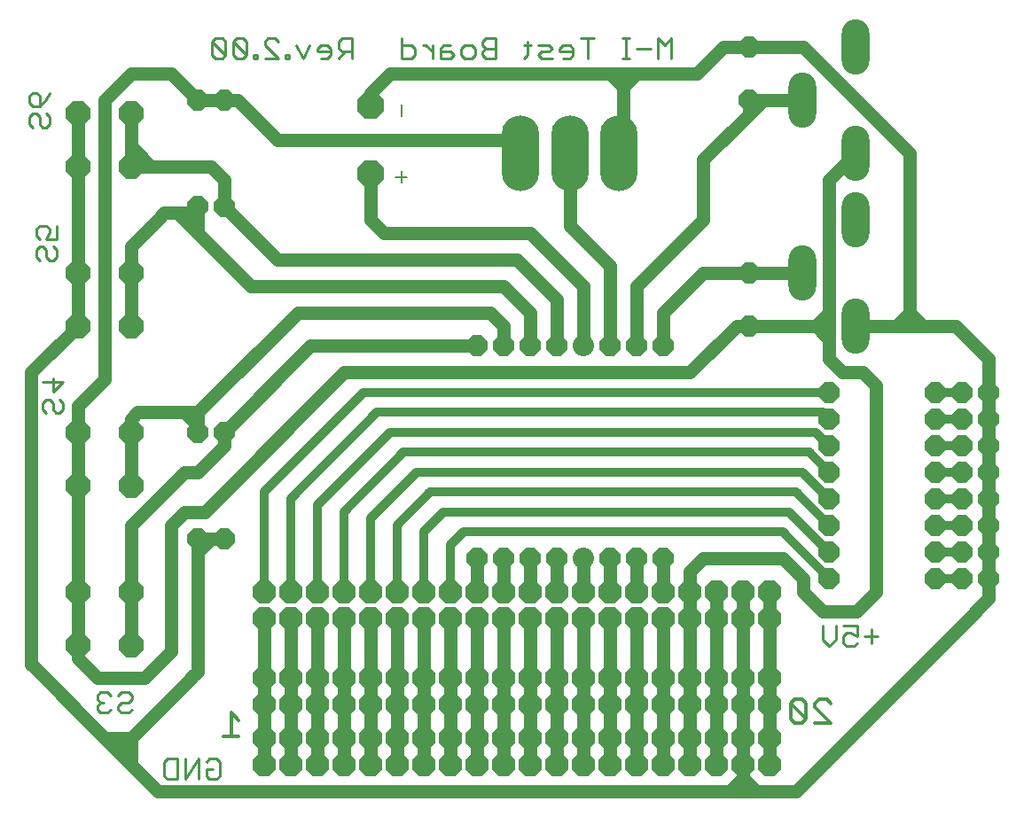
<source format=gbr>
G75*
G70*
%OFA0B0*%
%FSLAX24Y24*%
%IPPOS*%
%LPD*%
%AMOC8*
5,1,8,0,0,1.08239X$1,22.5*
%
%ADD10C,0.0060*%
%ADD11C,0.0100*%
%ADD12C,0.0120*%
%ADD13OC8,0.0800*%
%ADD14O,0.1420X0.2840*%
%ADD15OC8,0.0920*%
%ADD16OC8,0.0880*%
%ADD17OC8,0.1000*%
%ADD18O,0.1040X0.2080*%
%ADD19C,0.0500*%
%ADD20C,0.0320*%
%ADD21C,0.0800*%
D10*
X015570Y025974D02*
X015570Y026401D01*
X015357Y026187D02*
X015784Y026187D01*
X015570Y028474D02*
X015570Y028901D01*
D11*
X015585Y030638D02*
X015965Y030638D01*
X016092Y030765D01*
X016092Y031019D01*
X015965Y031145D01*
X015585Y031145D01*
X015585Y031399D02*
X015585Y030638D01*
X016372Y031145D02*
X016498Y031145D01*
X016752Y030892D01*
X016752Y031145D02*
X016752Y030638D01*
X017037Y030638D02*
X017037Y031019D01*
X017163Y031145D01*
X017417Y031145D01*
X017417Y030892D02*
X017037Y030892D01*
X017037Y030638D02*
X017417Y030638D01*
X017544Y030765D01*
X017417Y030892D01*
X017828Y031019D02*
X017955Y031145D01*
X018209Y031145D01*
X018336Y031019D01*
X018336Y030765D01*
X018209Y030638D01*
X017955Y030638D01*
X017828Y030765D01*
X017828Y031019D01*
X018620Y031145D02*
X018747Y031019D01*
X019127Y031019D01*
X019127Y031399D02*
X019127Y030638D01*
X018747Y030638D01*
X018620Y030765D01*
X018620Y030892D01*
X018747Y031019D01*
X018620Y031145D02*
X018620Y031272D01*
X018747Y031399D01*
X019127Y031399D01*
X020194Y031145D02*
X020447Y031145D01*
X020320Y031272D02*
X020320Y030765D01*
X020194Y030638D01*
X020732Y030765D02*
X020859Y030892D01*
X021112Y030892D01*
X021239Y031019D01*
X021112Y031145D01*
X020732Y031145D01*
X020732Y030765D02*
X020859Y030638D01*
X021239Y030638D01*
X021524Y030892D02*
X022031Y030892D01*
X022031Y031019D02*
X021904Y031145D01*
X021651Y031145D01*
X021524Y031019D01*
X021524Y030892D01*
X021651Y030638D02*
X021904Y030638D01*
X022031Y030765D01*
X022031Y031019D01*
X022316Y031399D02*
X022823Y031399D01*
X022569Y031399D02*
X022569Y030638D01*
X023889Y030638D02*
X024142Y030638D01*
X024016Y030638D02*
X024016Y031399D01*
X024142Y031399D02*
X023889Y031399D01*
X024427Y031019D02*
X024934Y031019D01*
X025219Y031399D02*
X025219Y030638D01*
X025726Y030638D02*
X025726Y031399D01*
X025473Y031145D01*
X025219Y031399D01*
X013716Y031399D02*
X013716Y030638D01*
X013716Y030892D02*
X013336Y030892D01*
X013209Y031019D01*
X013209Y031272D01*
X013336Y031399D01*
X013716Y031399D01*
X013463Y030892D02*
X013209Y030638D01*
X012925Y030765D02*
X012925Y031019D01*
X012798Y031145D01*
X012544Y031145D01*
X012417Y031019D01*
X012417Y030892D01*
X012925Y030892D01*
X012925Y030765D02*
X012798Y030638D01*
X012544Y030638D01*
X012133Y031145D02*
X011879Y030638D01*
X011626Y031145D01*
X011341Y030765D02*
X011214Y030765D01*
X011214Y030638D01*
X011341Y030638D01*
X011341Y030765D01*
X010945Y030638D02*
X010438Y031145D01*
X010438Y031272D01*
X010565Y031399D01*
X010818Y031399D01*
X010945Y031272D01*
X010945Y030638D02*
X010438Y030638D01*
X010153Y030638D02*
X010153Y030765D01*
X010026Y030765D01*
X010026Y030638D01*
X010153Y030638D01*
X009757Y030765D02*
X009250Y031272D01*
X009250Y030765D01*
X009377Y030638D01*
X009630Y030638D01*
X009757Y030765D01*
X009757Y031272D01*
X009630Y031399D01*
X009377Y031399D01*
X009250Y031272D01*
X008965Y031272D02*
X008965Y030765D01*
X008458Y031272D01*
X008458Y030765D01*
X008585Y030638D01*
X008839Y030638D01*
X008965Y030765D01*
X008965Y031272D02*
X008839Y031399D01*
X008585Y031399D01*
X008458Y031272D01*
X002352Y029353D02*
X002225Y029100D01*
X001971Y028846D01*
X001971Y029227D01*
X001845Y029353D01*
X001718Y029353D01*
X001591Y029227D01*
X001591Y028973D01*
X001718Y028846D01*
X001971Y028846D01*
X001845Y028562D02*
X001718Y028562D01*
X001591Y028435D01*
X001591Y028181D01*
X001718Y028055D01*
X001971Y028181D02*
X001971Y028435D01*
X001845Y028562D01*
X002225Y028562D02*
X002352Y028435D01*
X002352Y028181D01*
X002225Y028055D01*
X002098Y028055D01*
X001971Y028181D01*
X001968Y024353D02*
X001841Y024227D01*
X001841Y023973D01*
X001968Y023846D01*
X002221Y023846D02*
X002348Y024100D01*
X002348Y024227D01*
X002221Y024353D01*
X001968Y024353D01*
X002221Y023846D02*
X002602Y023846D01*
X002602Y024353D01*
X002475Y023562D02*
X002602Y023435D01*
X002602Y023181D01*
X002475Y023055D01*
X002348Y023055D01*
X002221Y023181D01*
X002221Y023435D01*
X002095Y023562D01*
X001968Y023562D01*
X001841Y023435D01*
X001841Y023181D01*
X001968Y023055D01*
X002471Y018603D02*
X002471Y018096D01*
X002852Y018477D01*
X002091Y018477D01*
X002218Y017812D02*
X002091Y017685D01*
X002091Y017431D01*
X002218Y017305D01*
X002471Y017431D02*
X002471Y017685D01*
X002345Y017812D01*
X002218Y017812D01*
X002471Y017431D02*
X002598Y017305D01*
X002725Y017305D01*
X002852Y017431D01*
X002852Y017685D01*
X002725Y017812D01*
X004263Y006789D02*
X004136Y006662D01*
X004136Y006535D01*
X004263Y006409D01*
X004136Y006282D01*
X004136Y006155D01*
X004263Y006028D01*
X004516Y006028D01*
X004643Y006155D01*
X004928Y006155D02*
X005055Y006028D01*
X005308Y006028D01*
X005435Y006155D01*
X005308Y006409D02*
X005055Y006409D01*
X004928Y006282D01*
X004928Y006155D01*
X005308Y006409D02*
X005435Y006535D01*
X005435Y006662D01*
X005308Y006789D01*
X005055Y006789D01*
X004928Y006662D01*
X004643Y006662D02*
X004516Y006789D01*
X004263Y006789D01*
X004263Y006409D02*
X004390Y006409D01*
X006655Y004162D02*
X006781Y004289D01*
X007162Y004289D01*
X007162Y003528D01*
X006781Y003528D01*
X006655Y003655D01*
X006655Y004162D01*
X007447Y004289D02*
X007447Y003528D01*
X007954Y004289D01*
X007954Y003528D01*
X008238Y003655D02*
X008238Y003909D01*
X008492Y003909D01*
X008746Y004162D02*
X008746Y003655D01*
X008619Y003528D01*
X008365Y003528D01*
X008238Y003655D01*
X008238Y004162D02*
X008365Y004289D01*
X008619Y004289D01*
X008746Y004162D01*
X031405Y008782D02*
X031658Y008528D01*
X031912Y008782D01*
X031912Y009289D01*
X032197Y009289D02*
X032704Y009289D01*
X032704Y008909D01*
X032450Y009035D01*
X032323Y009035D01*
X032197Y008909D01*
X032197Y008655D01*
X032323Y008528D01*
X032577Y008528D01*
X032704Y008655D01*
X032988Y008909D02*
X033496Y008909D01*
X033242Y009162D02*
X033242Y008655D01*
X031405Y008782D02*
X031405Y009289D01*
D12*
X031276Y006529D02*
X031569Y006529D01*
X031716Y006382D01*
X031276Y006529D02*
X031129Y006382D01*
X031129Y006235D01*
X031716Y005648D01*
X031129Y005648D01*
X030795Y005795D02*
X030208Y006382D01*
X030208Y005795D01*
X030355Y005648D01*
X030649Y005648D01*
X030795Y005795D01*
X030795Y006382D01*
X030649Y006529D01*
X030355Y006529D01*
X030208Y006382D01*
X009466Y005735D02*
X009173Y006029D01*
X009173Y005148D01*
X009466Y005148D02*
X008879Y005148D01*
D13*
X008901Y012588D03*
X007901Y012588D03*
X007901Y016588D03*
X008901Y016588D03*
X018401Y019838D03*
X019401Y019838D03*
X020401Y019838D03*
X021401Y019838D03*
X023401Y019838D03*
X024401Y019838D03*
X025401Y019838D03*
X028651Y020588D03*
X028651Y022588D03*
X031651Y018088D03*
X031651Y017088D03*
X031651Y016088D03*
X031651Y015088D03*
X031651Y014088D03*
X031651Y013088D03*
X031651Y012088D03*
X031651Y011088D03*
X035651Y011088D03*
X036651Y011088D03*
X037651Y011088D03*
X037651Y012088D03*
X036651Y012088D03*
X035651Y012088D03*
X035651Y013088D03*
X036651Y013088D03*
X037651Y013088D03*
X037651Y014088D03*
X036651Y014088D03*
X035651Y014088D03*
X035651Y015088D03*
X036651Y015088D03*
X037651Y015088D03*
X037651Y016088D03*
X036651Y016088D03*
X035651Y016088D03*
X035651Y017088D03*
X036651Y017088D03*
X037651Y017088D03*
X037651Y018088D03*
X036651Y018088D03*
X035651Y018088D03*
X025401Y011838D03*
X024401Y011838D03*
X023401Y011838D03*
X021401Y011838D03*
X020401Y011838D03*
X019401Y011838D03*
X018401Y011838D03*
X008901Y025088D03*
X007901Y025088D03*
X007901Y029088D03*
X008901Y029088D03*
X028651Y029088D03*
X028651Y031088D03*
D14*
X023751Y027088D03*
X021901Y027088D03*
X020051Y027088D03*
D15*
X005401Y026588D03*
X003401Y026588D03*
X003401Y028588D03*
X005401Y028588D03*
X005401Y022588D03*
X005401Y020588D03*
X003401Y020588D03*
X003401Y022588D03*
X003401Y016588D03*
X005401Y016588D03*
X005401Y014588D03*
X003401Y014588D03*
X003401Y010588D03*
X005401Y010588D03*
X005401Y008588D03*
X003401Y008588D03*
D16*
X010401Y009588D03*
X011401Y009588D03*
X012401Y009588D03*
X013401Y009588D03*
X014401Y009588D03*
X015401Y009588D03*
X016401Y009588D03*
X017401Y009588D03*
X018401Y009588D03*
X019401Y009588D03*
X020401Y009588D03*
X021401Y009588D03*
X022401Y009588D03*
X023401Y009588D03*
X024401Y009588D03*
X025401Y009588D03*
X026401Y009588D03*
X027401Y009588D03*
X028401Y009588D03*
X029401Y009588D03*
X029401Y010588D03*
X028401Y010588D03*
X027401Y010588D03*
X026401Y010588D03*
X025401Y010588D03*
X024401Y010588D03*
X023401Y010588D03*
X022401Y010588D03*
X021401Y010588D03*
X020401Y010588D03*
X019401Y010588D03*
X018401Y010588D03*
X017401Y010588D03*
X016401Y010588D03*
X015401Y010588D03*
X014401Y010588D03*
X013401Y010588D03*
X012401Y010588D03*
X011401Y010588D03*
X010401Y010588D03*
X010401Y007338D03*
X010401Y006338D03*
X011401Y006338D03*
X012401Y006338D03*
X013401Y006338D03*
X014401Y006338D03*
X015401Y006338D03*
X016401Y006338D03*
X017401Y006338D03*
X018401Y006338D03*
X019401Y006338D03*
X020401Y006338D03*
X021401Y006338D03*
X022401Y006338D03*
X023401Y006338D03*
X024401Y006338D03*
X025401Y006338D03*
X026401Y006338D03*
X027401Y006338D03*
X028401Y006338D03*
X029401Y006338D03*
X029401Y007338D03*
X028401Y007338D03*
X027401Y007338D03*
X026401Y007338D03*
X025401Y007338D03*
X024401Y007338D03*
X023401Y007338D03*
X022401Y007338D03*
X021401Y007338D03*
X020401Y007338D03*
X019401Y007338D03*
X018401Y007338D03*
X017401Y007338D03*
X016401Y007338D03*
X015401Y007338D03*
X014401Y007338D03*
X013401Y007338D03*
X012401Y007338D03*
X011401Y007338D03*
X011401Y005088D03*
X012401Y005088D03*
X012401Y004088D03*
X011401Y004088D03*
X010401Y004088D03*
X010401Y005088D03*
X013401Y005088D03*
X014401Y005088D03*
X014401Y004088D03*
X013401Y004088D03*
X015401Y004088D03*
X016401Y004088D03*
X017401Y004088D03*
X018401Y004088D03*
X019401Y004088D03*
X020401Y004088D03*
X021401Y004088D03*
X022401Y004088D03*
X023401Y004088D03*
X024401Y004088D03*
X025401Y004088D03*
X026401Y004088D03*
X027401Y004088D03*
X028401Y004088D03*
X029401Y004088D03*
X029401Y005088D03*
X028401Y005088D03*
X027401Y005088D03*
X026401Y005088D03*
X025401Y005088D03*
X024401Y005088D03*
X023401Y005088D03*
X022401Y005088D03*
X021401Y005088D03*
X020401Y005088D03*
X019401Y005088D03*
X018401Y005088D03*
X017401Y005088D03*
X016401Y005088D03*
X015401Y005088D03*
D17*
X014401Y026308D03*
X014401Y028868D03*
D18*
X030651Y029088D03*
X032651Y027088D03*
X032651Y024588D03*
X030651Y022588D03*
X032651Y020588D03*
X032651Y031088D03*
D19*
X005420Y005088D02*
X004920Y004588D01*
X005420Y004088D01*
X005420Y005088D01*
X004420Y005088D01*
X001670Y007838D01*
X001651Y007838D01*
X001651Y018838D01*
X003401Y020588D01*
X003401Y022588D01*
X003401Y026588D01*
X003401Y028588D01*
X004420Y029088D02*
X005420Y030088D01*
X006901Y030088D01*
X007901Y029088D01*
X008901Y029088D01*
X009420Y029088D01*
X010920Y027588D01*
X019420Y027588D01*
X019920Y027088D01*
X020051Y027088D01*
X021901Y027088D02*
X021901Y024338D01*
X023401Y022838D01*
X023401Y019838D01*
X024401Y019838D02*
X024401Y022088D01*
X026901Y024588D01*
X026920Y024588D01*
X026920Y026838D01*
X028670Y028588D01*
X028651Y028588D01*
X028651Y029088D01*
X029170Y029088D01*
X028670Y028588D01*
X029170Y029088D02*
X030651Y029088D01*
X030670Y031088D02*
X028651Y031088D01*
X027670Y031088D01*
X026670Y030088D01*
X024401Y030088D01*
X023901Y029588D01*
X023420Y030070D01*
X023420Y030088D01*
X015151Y030088D01*
X014401Y029338D01*
X014401Y028868D01*
X014401Y026308D02*
X014401Y024588D01*
X014901Y024088D01*
X020420Y024088D01*
X020420Y024070D01*
X022401Y022088D01*
X022401Y019838D01*
X021401Y019838D02*
X021401Y021588D01*
X019920Y023070D01*
X019920Y023088D01*
X010901Y023088D01*
X008901Y025088D01*
X008901Y026088D01*
X008401Y026588D01*
X008151Y026588D01*
X006151Y026588D01*
X005401Y027338D01*
X005420Y027320D01*
X005420Y027088D01*
X005401Y027338D02*
X005401Y026588D01*
X006151Y026588D01*
X005401Y027338D02*
X005401Y028588D01*
X004420Y029088D02*
X004420Y018588D01*
X004401Y018588D01*
X003401Y017588D01*
X003401Y016588D01*
X003401Y014588D01*
X003401Y010588D01*
X003401Y008588D01*
X003401Y008088D01*
X004151Y007338D01*
X005920Y007338D01*
X006920Y008338D01*
X006920Y013088D01*
X007420Y013588D01*
X008170Y013588D01*
X013420Y018838D01*
X026420Y018838D01*
X028170Y020588D01*
X028651Y020588D01*
X031151Y020588D01*
X031651Y020588D01*
X031651Y020088D01*
X031170Y020570D01*
X031170Y020588D01*
X031170Y020607D01*
X031651Y021088D01*
X031651Y020588D01*
X031170Y020588D02*
X031151Y020588D01*
X031651Y021088D02*
X031651Y026088D01*
X032651Y027088D01*
X034670Y027088D02*
X030670Y031088D01*
X034670Y027088D02*
X034670Y021088D01*
X035170Y020588D01*
X034670Y020588D01*
X034170Y020588D01*
X034670Y021088D01*
X034670Y020588D01*
X035170Y020588D02*
X035651Y020588D01*
X036401Y020588D01*
X037651Y019338D01*
X037651Y018088D01*
X037651Y017088D01*
X037651Y016088D01*
X037651Y015088D01*
X037651Y014088D01*
X037651Y013088D01*
X037651Y012088D01*
X037651Y011088D01*
X037651Y010338D01*
X037151Y009838D01*
X037170Y009838D01*
X030420Y003088D01*
X028901Y003088D01*
X028401Y003588D01*
X027901Y003088D01*
X028401Y003088D01*
X028401Y003588D01*
X028401Y004088D01*
X028401Y005088D01*
X028401Y006338D01*
X028401Y007338D01*
X028401Y009588D01*
X028401Y010588D01*
X027401Y010588D02*
X027401Y009588D01*
X027401Y007338D01*
X027401Y006338D01*
X027401Y005088D01*
X027401Y004088D01*
X026401Y004088D02*
X026401Y005088D01*
X026401Y006338D01*
X026401Y007338D01*
X026401Y009588D01*
X026401Y010588D01*
X026401Y011338D01*
X026901Y011838D01*
X029920Y011838D01*
X030670Y011088D01*
X030670Y010588D01*
X031420Y009838D01*
X032670Y009838D01*
X033420Y010588D01*
X033420Y018338D01*
X032920Y018838D01*
X032151Y018838D01*
X031651Y019338D01*
X031651Y020088D01*
X032651Y020588D02*
X034170Y020588D01*
X035651Y020588D02*
X035670Y020588D01*
X030651Y022588D02*
X028651Y022588D01*
X026901Y022588D01*
X025401Y021088D01*
X025401Y019838D01*
X020401Y019838D02*
X020401Y021088D01*
X019420Y022070D01*
X019420Y022088D01*
X009901Y022088D01*
X007901Y024088D01*
X007151Y024838D01*
X006651Y024838D01*
X006401Y024588D01*
X005401Y023588D01*
X005401Y022588D01*
X005401Y020588D01*
X005651Y017338D02*
X007420Y017338D01*
X007920Y016838D01*
X007920Y017088D01*
X007920Y017338D02*
X011670Y021088D01*
X018901Y021088D01*
X019401Y020588D01*
X019401Y019838D01*
X018401Y019838D02*
X012651Y019838D01*
X012151Y019838D01*
X008901Y016588D01*
X008901Y016088D01*
X007901Y015088D01*
X007920Y015088D01*
X007901Y015088D02*
X007420Y015088D01*
X005920Y013588D01*
X005901Y013588D01*
X005401Y013088D01*
X005401Y010588D01*
X005401Y008588D01*
X007651Y007338D02*
X007901Y007588D01*
X007901Y012088D01*
X008401Y012588D01*
X008901Y012588D01*
X008401Y012588D02*
X007901Y012588D01*
X007901Y012088D01*
X010401Y009588D02*
X010401Y007338D01*
X010401Y006338D01*
X010401Y005088D01*
X010401Y004088D01*
X011401Y004088D02*
X011401Y005088D01*
X011401Y006338D01*
X011401Y007338D01*
X011401Y009588D01*
X012401Y009588D02*
X012401Y007338D01*
X012401Y006338D01*
X012401Y005088D01*
X012401Y004088D01*
X013401Y004088D02*
X013401Y005088D01*
X013401Y006338D01*
X013401Y007338D01*
X013401Y009588D01*
X014401Y009588D02*
X014401Y007338D01*
X014401Y006338D01*
X014401Y005088D01*
X014401Y004088D01*
X015401Y004088D02*
X015401Y005088D01*
X015401Y006338D01*
X015401Y007338D01*
X015401Y009588D01*
X016401Y009588D02*
X016401Y007338D01*
X016401Y006338D01*
X016401Y005088D01*
X016401Y004088D01*
X017401Y004088D02*
X017401Y005088D01*
X017401Y006338D01*
X017401Y007338D01*
X017401Y009588D01*
X018401Y009588D02*
X018401Y007338D01*
X018401Y006338D01*
X018401Y005088D01*
X018401Y004088D01*
X019401Y004088D02*
X019401Y005088D01*
X019401Y006338D01*
X019401Y007338D01*
X019401Y009588D01*
X020401Y009588D02*
X020401Y007338D01*
X020401Y006338D01*
X020401Y005088D01*
X020401Y004088D01*
X021401Y004088D02*
X021401Y005088D01*
X021401Y006338D01*
X021401Y007338D01*
X021401Y009588D01*
X022401Y009588D02*
X022401Y007338D01*
X022401Y006338D01*
X022401Y005088D01*
X022401Y004088D01*
X023401Y004088D02*
X023401Y005088D01*
X023401Y006338D01*
X023401Y007338D01*
X023401Y009588D01*
X024401Y009588D02*
X024401Y007338D01*
X024401Y006338D01*
X024401Y005088D01*
X024401Y004088D01*
X025401Y004088D02*
X025401Y005088D01*
X025401Y006338D01*
X025401Y007338D01*
X025401Y009588D01*
X025401Y010588D02*
X025401Y011838D01*
X024401Y011838D02*
X024401Y010588D01*
X023401Y010588D02*
X023401Y011838D01*
X022401Y011838D02*
X022401Y010588D01*
X021401Y010588D02*
X021401Y011838D01*
X020401Y011838D02*
X020401Y010588D01*
X019401Y010588D02*
X019401Y011838D01*
X018401Y011838D02*
X018401Y010588D01*
X027901Y003088D02*
X006420Y003088D01*
X005420Y004088D01*
X004920Y004588D02*
X004420Y005088D01*
X005420Y005088D02*
X007670Y007338D01*
X007651Y007338D01*
X005401Y014588D02*
X005401Y016588D01*
X005401Y017088D01*
X005651Y017338D01*
X007420Y017338D02*
X007901Y017338D01*
X007901Y016588D01*
X007901Y017338D02*
X007920Y017338D01*
X012420Y019838D02*
X012651Y019838D01*
X007901Y024088D02*
X007901Y025088D01*
X007901Y024838D01*
X007151Y024838D01*
X006420Y024588D02*
X006401Y024588D01*
X008151Y026588D02*
X008170Y026588D01*
X005420Y030088D02*
X005401Y030088D01*
X023420Y030088D02*
X023901Y030088D01*
X024401Y030088D01*
X023901Y030088D02*
X023901Y029588D01*
X023901Y027338D01*
X023751Y027188D01*
X023751Y027088D01*
X029401Y010588D02*
X029401Y009588D01*
X029401Y007338D01*
X029401Y006338D01*
X029401Y005088D01*
X029401Y004088D01*
X028901Y003088D02*
X028401Y003088D01*
D20*
X031651Y011088D02*
X029901Y012838D01*
X029151Y012838D01*
X029170Y012838D01*
X029151Y012838D02*
X017901Y012838D01*
X017401Y012338D01*
X017401Y010588D01*
X016401Y010588D02*
X016401Y012838D01*
X017151Y013588D01*
X029401Y013588D01*
X030151Y013588D01*
X031651Y012088D01*
X031651Y013088D02*
X030401Y014338D01*
X029901Y014338D01*
X029920Y014338D01*
X029901Y014338D02*
X016651Y014338D01*
X015401Y013088D01*
X015401Y010588D01*
X014401Y010588D02*
X014401Y013338D01*
X016151Y015088D01*
X030151Y015088D01*
X030651Y015088D01*
X031651Y014088D01*
X031651Y015088D02*
X030901Y015838D01*
X030401Y015838D01*
X030420Y015838D01*
X030401Y015838D02*
X015651Y015838D01*
X013401Y013588D01*
X013401Y010588D01*
X012401Y010588D02*
X012401Y013838D01*
X015151Y016588D01*
X030651Y016588D01*
X031151Y016588D01*
X031651Y016088D01*
X030670Y016588D02*
X030651Y016588D01*
X030901Y017338D02*
X031401Y017338D01*
X031651Y017088D01*
X030920Y017338D02*
X030901Y017338D01*
X014651Y017338D01*
X011401Y014088D01*
X011401Y010588D01*
X010401Y010588D02*
X010401Y014338D01*
X014151Y018088D01*
X031651Y018088D01*
X030170Y015088D02*
X030151Y015088D01*
X029420Y013588D02*
X029401Y013588D01*
X035651Y013088D02*
X036651Y013088D01*
X036651Y012088D02*
X035651Y012088D01*
X035651Y011088D02*
X036651Y011088D01*
X036651Y014088D02*
X035651Y014088D01*
X035651Y015088D02*
X036651Y015088D01*
X036651Y016088D02*
X035651Y016088D01*
X035651Y017088D02*
X036651Y017088D01*
X036651Y018088D02*
X035651Y018088D01*
D21*
X022401Y019838D03*
X022401Y011838D03*
M02*

</source>
